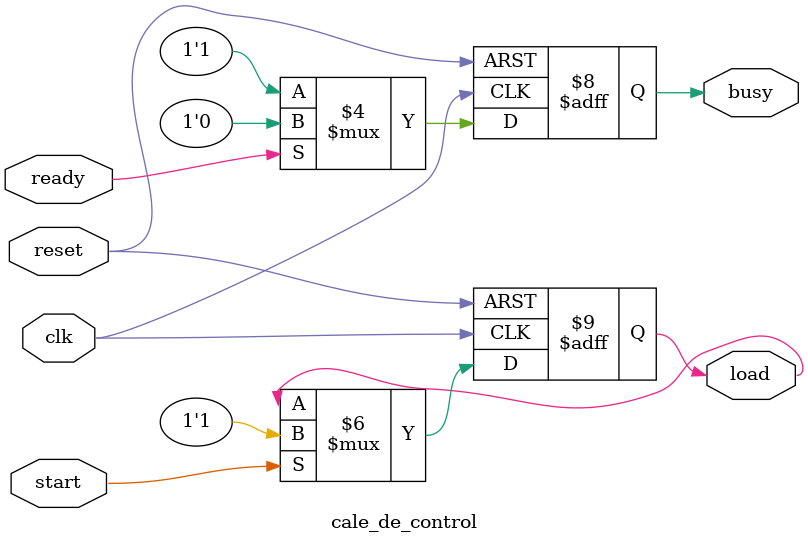
<source format=v>
module cale_de_control (start,reset,clk,load, busy, ready);

input start;
input reset;
input clk;
input ready;
output load;
output busy;

reg load;
reg busy;

always @(posedge clk or posedge reset)
if (reset)
	load <= 'b0; else
	if (start)
	load <= 'b1;
	
always @(posedge clk or posedge reset)
if (reset)
	busy <= 'b0; else
	if (ready)
	busy <= 'b0; else
	busy <= 'b1;
	
endmodule

</source>
